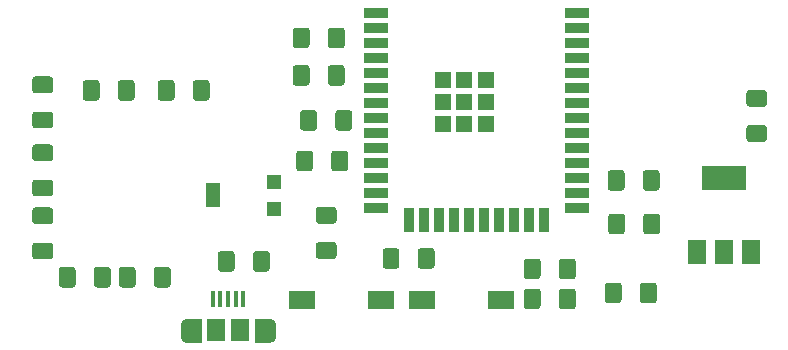
<source format=gtp>
G04 #@! TF.GenerationSoftware,KiCad,Pcbnew,(5.1.9)-1*
G04 #@! TF.CreationDate,2021-04-14T09:49:37+02:00*
G04 #@! TF.ProjectId,Copy_bachelorproef morse,436f7079-5f62-4616-9368-656c6f727072,rev?*
G04 #@! TF.SameCoordinates,Original*
G04 #@! TF.FileFunction,Paste,Top*
G04 #@! TF.FilePolarity,Positive*
%FSLAX46Y46*%
G04 Gerber Fmt 4.6, Leading zero omitted, Abs format (unit mm)*
G04 Created by KiCad (PCBNEW (5.1.9)-1) date 2021-04-14 09:49:37*
%MOMM*%
%LPD*%
G01*
G04 APERTURE LIST*
%ADD10C,0.000100*%
%ADD11R,3.800000X2.000000*%
%ADD12R,1.500000X2.000000*%
%ADD13R,1.300000X1.300000*%
%ADD14R,1.300000X2.000000*%
%ADD15R,2.300000X1.500000*%
%ADD16R,2.000000X0.900000*%
%ADD17R,0.900000X2.000000*%
%ADD18R,1.330000X1.330000*%
%ADD19R,1.500000X1.900000*%
%ADD20R,0.400000X1.350000*%
G04 APERTURE END LIST*
D10*
G36*
X113926500Y-102555000D02*
G01*
X112726500Y-102555000D01*
X112726500Y-104455000D01*
X113926500Y-104455000D01*
X113951360Y-104454349D01*
X113976150Y-104452398D01*
X114000810Y-104449152D01*
X114025260Y-104444620D01*
X114049440Y-104438815D01*
X114073280Y-104431752D01*
X114096720Y-104423451D01*
X114119700Y-104413934D01*
X114142150Y-104403228D01*
X114164000Y-104391362D01*
X114185200Y-104378369D01*
X114205700Y-104364283D01*
X114225430Y-104349144D01*
X114244340Y-104332994D01*
X114262380Y-104315876D01*
X114279490Y-104297837D01*
X114295640Y-104278927D01*
X114310780Y-104259198D01*
X114324870Y-104238704D01*
X114337860Y-104217500D01*
X114349730Y-104195645D01*
X114360430Y-104173200D01*
X114369950Y-104150225D01*
X114378250Y-104126783D01*
X114385310Y-104102939D01*
X114391120Y-104078758D01*
X114395650Y-104054306D01*
X114398900Y-104029651D01*
X114400850Y-104004860D01*
X114401500Y-103980000D01*
X114401500Y-103030000D01*
X114400850Y-103005140D01*
X114398900Y-102980349D01*
X114395650Y-102955694D01*
X114391120Y-102931242D01*
X114385310Y-102907061D01*
X114378250Y-102883217D01*
X114369950Y-102859775D01*
X114360430Y-102836800D01*
X114349730Y-102814355D01*
X114337860Y-102792500D01*
X114324870Y-102771296D01*
X114310780Y-102750802D01*
X114295640Y-102731073D01*
X114279490Y-102712163D01*
X114262380Y-102694124D01*
X114244340Y-102677006D01*
X114225430Y-102660856D01*
X114205700Y-102645717D01*
X114185200Y-102631631D01*
X114164000Y-102618638D01*
X114142150Y-102606772D01*
X114119700Y-102596066D01*
X114096720Y-102586549D01*
X114073280Y-102578248D01*
X114049440Y-102571185D01*
X114025260Y-102565380D01*
X114000810Y-102560848D01*
X113976150Y-102557602D01*
X113951360Y-102555651D01*
X113926500Y-102555000D01*
G37*
X113926500Y-102555000D02*
X112726500Y-102555000D01*
X112726500Y-104455000D01*
X113926500Y-104455000D01*
X113951360Y-104454349D01*
X113976150Y-104452398D01*
X114000810Y-104449152D01*
X114025260Y-104444620D01*
X114049440Y-104438815D01*
X114073280Y-104431752D01*
X114096720Y-104423451D01*
X114119700Y-104413934D01*
X114142150Y-104403228D01*
X114164000Y-104391362D01*
X114185200Y-104378369D01*
X114205700Y-104364283D01*
X114225430Y-104349144D01*
X114244340Y-104332994D01*
X114262380Y-104315876D01*
X114279490Y-104297837D01*
X114295640Y-104278927D01*
X114310780Y-104259198D01*
X114324870Y-104238704D01*
X114337860Y-104217500D01*
X114349730Y-104195645D01*
X114360430Y-104173200D01*
X114369950Y-104150225D01*
X114378250Y-104126783D01*
X114385310Y-104102939D01*
X114391120Y-104078758D01*
X114395650Y-104054306D01*
X114398900Y-104029651D01*
X114400850Y-104004860D01*
X114401500Y-103980000D01*
X114401500Y-103030000D01*
X114400850Y-103005140D01*
X114398900Y-102980349D01*
X114395650Y-102955694D01*
X114391120Y-102931242D01*
X114385310Y-102907061D01*
X114378250Y-102883217D01*
X114369950Y-102859775D01*
X114360430Y-102836800D01*
X114349730Y-102814355D01*
X114337860Y-102792500D01*
X114324870Y-102771296D01*
X114310780Y-102750802D01*
X114295640Y-102731073D01*
X114279490Y-102712163D01*
X114262380Y-102694124D01*
X114244340Y-102677006D01*
X114225430Y-102660856D01*
X114205700Y-102645717D01*
X114185200Y-102631631D01*
X114164000Y-102618638D01*
X114142150Y-102606772D01*
X114119700Y-102596066D01*
X114096720Y-102586549D01*
X114073280Y-102578248D01*
X114049440Y-102571185D01*
X114025260Y-102565380D01*
X114000810Y-102560848D01*
X113976150Y-102557602D01*
X113951360Y-102555651D01*
X113926500Y-102555000D01*
G36*
X106926500Y-102555000D02*
G01*
X108126500Y-102555000D01*
X108126500Y-104455000D01*
X106926500Y-104455000D01*
X106901640Y-104454349D01*
X106876850Y-104452398D01*
X106852190Y-104449152D01*
X106827740Y-104444620D01*
X106803560Y-104438815D01*
X106779720Y-104431752D01*
X106756280Y-104423451D01*
X106733300Y-104413934D01*
X106710850Y-104403228D01*
X106689000Y-104391362D01*
X106667800Y-104378369D01*
X106647300Y-104364283D01*
X106627570Y-104349144D01*
X106608660Y-104332994D01*
X106590620Y-104315876D01*
X106573510Y-104297837D01*
X106557360Y-104278927D01*
X106542220Y-104259198D01*
X106528130Y-104238704D01*
X106515140Y-104217500D01*
X106503270Y-104195645D01*
X106492570Y-104173200D01*
X106483050Y-104150225D01*
X106474750Y-104126783D01*
X106467690Y-104102939D01*
X106461880Y-104078758D01*
X106457350Y-104054306D01*
X106454100Y-104029651D01*
X106452150Y-104004860D01*
X106451500Y-103980000D01*
X106451500Y-103030000D01*
X106452150Y-103005140D01*
X106454100Y-102980349D01*
X106457350Y-102955694D01*
X106461880Y-102931242D01*
X106467690Y-102907061D01*
X106474750Y-102883217D01*
X106483050Y-102859775D01*
X106492570Y-102836800D01*
X106503270Y-102814355D01*
X106515140Y-102792500D01*
X106528130Y-102771296D01*
X106542220Y-102750802D01*
X106557360Y-102731073D01*
X106573510Y-102712163D01*
X106590620Y-102694124D01*
X106608660Y-102677006D01*
X106627570Y-102660856D01*
X106647300Y-102645717D01*
X106667800Y-102631631D01*
X106689000Y-102618638D01*
X106710850Y-102606772D01*
X106733300Y-102596066D01*
X106756280Y-102586549D01*
X106779720Y-102578248D01*
X106803560Y-102571185D01*
X106827740Y-102565380D01*
X106852190Y-102560848D01*
X106876850Y-102557602D01*
X106901640Y-102555651D01*
X106926500Y-102555000D01*
G37*
X106926500Y-102555000D02*
X108126500Y-102555000D01*
X108126500Y-104455000D01*
X106926500Y-104455000D01*
X106901640Y-104454349D01*
X106876850Y-104452398D01*
X106852190Y-104449152D01*
X106827740Y-104444620D01*
X106803560Y-104438815D01*
X106779720Y-104431752D01*
X106756280Y-104423451D01*
X106733300Y-104413934D01*
X106710850Y-104403228D01*
X106689000Y-104391362D01*
X106667800Y-104378369D01*
X106647300Y-104364283D01*
X106627570Y-104349144D01*
X106608660Y-104332994D01*
X106590620Y-104315876D01*
X106573510Y-104297837D01*
X106557360Y-104278927D01*
X106542220Y-104259198D01*
X106528130Y-104238704D01*
X106515140Y-104217500D01*
X106503270Y-104195645D01*
X106492570Y-104173200D01*
X106483050Y-104150225D01*
X106474750Y-104126783D01*
X106467690Y-104102939D01*
X106461880Y-104078758D01*
X106457350Y-104054306D01*
X106454100Y-104029651D01*
X106452150Y-104004860D01*
X106451500Y-103980000D01*
X106451500Y-103030000D01*
X106452150Y-103005140D01*
X106454100Y-102980349D01*
X106457350Y-102955694D01*
X106461880Y-102931242D01*
X106467690Y-102907061D01*
X106474750Y-102883217D01*
X106483050Y-102859775D01*
X106492570Y-102836800D01*
X106503270Y-102814355D01*
X106515140Y-102792500D01*
X106528130Y-102771296D01*
X106542220Y-102750802D01*
X106557360Y-102731073D01*
X106573510Y-102712163D01*
X106590620Y-102694124D01*
X106608660Y-102677006D01*
X106627570Y-102660856D01*
X106647300Y-102645717D01*
X106667800Y-102631631D01*
X106689000Y-102618638D01*
X106710850Y-102606772D01*
X106733300Y-102596066D01*
X106756280Y-102586549D01*
X106779720Y-102578248D01*
X106803560Y-102571185D01*
X106827740Y-102565380D01*
X106852190Y-102560848D01*
X106876850Y-102557602D01*
X106901640Y-102555651D01*
X106926500Y-102555000D01*
D11*
X152400000Y-90576000D03*
D12*
X152400000Y-96876000D03*
X154700000Y-96876000D03*
X150100000Y-96876000D03*
D13*
X114360000Y-93225000D03*
D14*
X109160000Y-92075000D03*
D13*
X114360000Y-90925000D03*
D15*
X133525000Y-100965000D03*
X126825000Y-100965000D03*
D16*
X122945000Y-76655000D03*
X122945000Y-77925000D03*
X122945000Y-79195000D03*
X122945000Y-80465000D03*
X122945000Y-81735000D03*
X122945000Y-83005000D03*
X122945000Y-84275000D03*
X122945000Y-85545000D03*
X122945000Y-86815000D03*
X122945000Y-88085000D03*
X122945000Y-89355000D03*
X122945000Y-90625000D03*
X122945000Y-91895000D03*
X122945000Y-93165000D03*
D17*
X125730000Y-94165000D03*
X127000000Y-94165000D03*
X128270000Y-94165000D03*
X129540000Y-94165000D03*
X130810000Y-94165000D03*
X132080000Y-94165000D03*
X133350000Y-94165000D03*
X134620000Y-94165000D03*
X135890000Y-94165000D03*
X137160000Y-94165000D03*
D16*
X139945000Y-93165000D03*
X139945000Y-91895000D03*
X139945000Y-90625000D03*
X139945000Y-89355000D03*
X139945000Y-88085000D03*
X139945000Y-86815000D03*
X139945000Y-85545000D03*
X139945000Y-84275000D03*
X139945000Y-83005000D03*
X139945000Y-81735000D03*
X139945000Y-80465000D03*
X139945000Y-79195000D03*
X139945000Y-77925000D03*
X139945000Y-76655000D03*
D18*
X128610000Y-82320000D03*
X130445000Y-82320000D03*
X132280000Y-82320000D03*
X128610000Y-84155000D03*
X130445000Y-84155000D03*
X132280000Y-84155000D03*
X128610000Y-85990000D03*
X130445000Y-85990000D03*
X132280000Y-85990000D03*
G36*
G01*
X138443000Y-98923000D02*
X138443000Y-97673000D01*
G75*
G02*
X138693000Y-97423000I250000J0D01*
G01*
X139618000Y-97423000D01*
G75*
G02*
X139868000Y-97673000I0J-250000D01*
G01*
X139868000Y-98923000D01*
G75*
G02*
X139618000Y-99173000I-250000J0D01*
G01*
X138693000Y-99173000D01*
G75*
G02*
X138443000Y-98923000I0J250000D01*
G01*
G37*
G36*
G01*
X135468000Y-98923000D02*
X135468000Y-97673000D01*
G75*
G02*
X135718000Y-97423000I250000J0D01*
G01*
X136643000Y-97423000D01*
G75*
G02*
X136893000Y-97673000I0J-250000D01*
G01*
X136893000Y-98923000D01*
G75*
G02*
X136643000Y-99173000I-250000J0D01*
G01*
X135718000Y-99173000D01*
G75*
G02*
X135468000Y-98923000I0J250000D01*
G01*
G37*
G36*
G01*
X124946000Y-96784000D02*
X124946000Y-98034000D01*
G75*
G02*
X124696000Y-98284000I-250000J0D01*
G01*
X123771000Y-98284000D01*
G75*
G02*
X123521000Y-98034000I0J250000D01*
G01*
X123521000Y-96784000D01*
G75*
G02*
X123771000Y-96534000I250000J0D01*
G01*
X124696000Y-96534000D01*
G75*
G02*
X124946000Y-96784000I0J-250000D01*
G01*
G37*
G36*
G01*
X127921000Y-96784000D02*
X127921000Y-98034000D01*
G75*
G02*
X127671000Y-98284000I-250000J0D01*
G01*
X126746000Y-98284000D01*
G75*
G02*
X126496000Y-98034000I0J250000D01*
G01*
X126496000Y-96784000D01*
G75*
G02*
X126746000Y-96534000I250000J0D01*
G01*
X127671000Y-96534000D01*
G75*
G02*
X127921000Y-96784000I0J-250000D01*
G01*
G37*
D15*
X123365000Y-100965000D03*
X116665000Y-100965000D03*
G36*
G01*
X94117000Y-96061500D02*
X95367000Y-96061500D01*
G75*
G02*
X95617000Y-96311500I0J-250000D01*
G01*
X95617000Y-97236500D01*
G75*
G02*
X95367000Y-97486500I-250000J0D01*
G01*
X94117000Y-97486500D01*
G75*
G02*
X93867000Y-97236500I0J250000D01*
G01*
X93867000Y-96311500D01*
G75*
G02*
X94117000Y-96061500I250000J0D01*
G01*
G37*
G36*
G01*
X94117000Y-93086500D02*
X95367000Y-93086500D01*
G75*
G02*
X95617000Y-93336500I0J-250000D01*
G01*
X95617000Y-94261500D01*
G75*
G02*
X95367000Y-94511500I-250000J0D01*
G01*
X94117000Y-94511500D01*
G75*
G02*
X93867000Y-94261500I0J250000D01*
G01*
X93867000Y-93336500D01*
G75*
G02*
X94117000Y-93086500I250000J0D01*
G01*
G37*
D19*
X109426500Y-103505000D03*
X111426500Y-103505000D03*
D20*
X109126500Y-100830000D03*
X109776500Y-100830000D03*
X110426500Y-100830000D03*
X111076500Y-100830000D03*
X111726500Y-100830000D03*
G36*
G01*
X115910000Y-79365000D02*
X115910000Y-78115000D01*
G75*
G02*
X116160000Y-77865000I250000J0D01*
G01*
X117085000Y-77865000D01*
G75*
G02*
X117335000Y-78115000I0J-250000D01*
G01*
X117335000Y-79365000D01*
G75*
G02*
X117085000Y-79615000I-250000J0D01*
G01*
X116160000Y-79615000D01*
G75*
G02*
X115910000Y-79365000I0J250000D01*
G01*
G37*
G36*
G01*
X118885000Y-79365000D02*
X118885000Y-78115000D01*
G75*
G02*
X119135000Y-77865000I250000J0D01*
G01*
X120060000Y-77865000D01*
G75*
G02*
X120310000Y-78115000I0J-250000D01*
G01*
X120310000Y-79365000D01*
G75*
G02*
X120060000Y-79615000I-250000J0D01*
G01*
X119135000Y-79615000D01*
G75*
G02*
X118885000Y-79365000I0J250000D01*
G01*
G37*
G36*
G01*
X120945000Y-85100000D02*
X120945000Y-86350000D01*
G75*
G02*
X120695000Y-86600000I-250000J0D01*
G01*
X119770000Y-86600000D01*
G75*
G02*
X119520000Y-86350000I0J250000D01*
G01*
X119520000Y-85100000D01*
G75*
G02*
X119770000Y-84850000I250000J0D01*
G01*
X120695000Y-84850000D01*
G75*
G02*
X120945000Y-85100000I0J-250000D01*
G01*
G37*
G36*
G01*
X117970000Y-85100000D02*
X117970000Y-86350000D01*
G75*
G02*
X117720000Y-86600000I-250000J0D01*
G01*
X116795000Y-86600000D01*
G75*
G02*
X116545000Y-86350000I0J250000D01*
G01*
X116545000Y-85100000D01*
G75*
G02*
X116795000Y-84850000I250000J0D01*
G01*
X117720000Y-84850000D01*
G75*
G02*
X117970000Y-85100000I0J-250000D01*
G01*
G37*
G36*
G01*
X155819000Y-87544000D02*
X154569000Y-87544000D01*
G75*
G02*
X154319000Y-87294000I0J250000D01*
G01*
X154319000Y-86369000D01*
G75*
G02*
X154569000Y-86119000I250000J0D01*
G01*
X155819000Y-86119000D01*
G75*
G02*
X156069000Y-86369000I0J-250000D01*
G01*
X156069000Y-87294000D01*
G75*
G02*
X155819000Y-87544000I-250000J0D01*
G01*
G37*
G36*
G01*
X155819000Y-84569000D02*
X154569000Y-84569000D01*
G75*
G02*
X154319000Y-84319000I0J250000D01*
G01*
X154319000Y-83394000D01*
G75*
G02*
X154569000Y-83144000I250000J0D01*
G01*
X155819000Y-83144000D01*
G75*
G02*
X156069000Y-83394000I0J-250000D01*
G01*
X156069000Y-84319000D01*
G75*
G02*
X155819000Y-84569000I-250000J0D01*
G01*
G37*
G36*
G01*
X146726000Y-99705000D02*
X146726000Y-100955000D01*
G75*
G02*
X146476000Y-101205000I-250000J0D01*
G01*
X145551000Y-101205000D01*
G75*
G02*
X145301000Y-100955000I0J250000D01*
G01*
X145301000Y-99705000D01*
G75*
G02*
X145551000Y-99455000I250000J0D01*
G01*
X146476000Y-99455000D01*
G75*
G02*
X146726000Y-99705000I0J-250000D01*
G01*
G37*
G36*
G01*
X143751000Y-99705000D02*
X143751000Y-100955000D01*
G75*
G02*
X143501000Y-101205000I-250000J0D01*
G01*
X142576000Y-101205000D01*
G75*
G02*
X142326000Y-100955000I0J250000D01*
G01*
X142326000Y-99705000D01*
G75*
G02*
X142576000Y-99455000I250000J0D01*
G01*
X143501000Y-99455000D01*
G75*
G02*
X143751000Y-99705000I0J-250000D01*
G01*
G37*
G36*
G01*
X94117000Y-90727500D02*
X95367000Y-90727500D01*
G75*
G02*
X95617000Y-90977500I0J-250000D01*
G01*
X95617000Y-91902500D01*
G75*
G02*
X95367000Y-92152500I-250000J0D01*
G01*
X94117000Y-92152500D01*
G75*
G02*
X93867000Y-91902500I0J250000D01*
G01*
X93867000Y-90977500D01*
G75*
G02*
X94117000Y-90727500I250000J0D01*
G01*
G37*
G36*
G01*
X94117000Y-87752500D02*
X95367000Y-87752500D01*
G75*
G02*
X95617000Y-88002500I0J-250000D01*
G01*
X95617000Y-88927500D01*
G75*
G02*
X95367000Y-89177500I-250000J0D01*
G01*
X94117000Y-89177500D01*
G75*
G02*
X93867000Y-88927500I0J250000D01*
G01*
X93867000Y-88002500D01*
G75*
G02*
X94117000Y-87752500I250000J0D01*
G01*
G37*
G36*
G01*
X116200500Y-89779000D02*
X116200500Y-88529000D01*
G75*
G02*
X116450500Y-88279000I250000J0D01*
G01*
X117375500Y-88279000D01*
G75*
G02*
X117625500Y-88529000I0J-250000D01*
G01*
X117625500Y-89779000D01*
G75*
G02*
X117375500Y-90029000I-250000J0D01*
G01*
X116450500Y-90029000D01*
G75*
G02*
X116200500Y-89779000I0J250000D01*
G01*
G37*
G36*
G01*
X119175500Y-89779000D02*
X119175500Y-88529000D01*
G75*
G02*
X119425500Y-88279000I250000J0D01*
G01*
X120350500Y-88279000D01*
G75*
G02*
X120600500Y-88529000I0J-250000D01*
G01*
X120600500Y-89779000D01*
G75*
G02*
X120350500Y-90029000I-250000J0D01*
G01*
X119425500Y-90029000D01*
G75*
G02*
X119175500Y-89779000I0J250000D01*
G01*
G37*
G36*
G01*
X99555000Y-82560000D02*
X99555000Y-83810000D01*
G75*
G02*
X99305000Y-84060000I-250000J0D01*
G01*
X98380000Y-84060000D01*
G75*
G02*
X98130000Y-83810000I0J250000D01*
G01*
X98130000Y-82560000D01*
G75*
G02*
X98380000Y-82310000I250000J0D01*
G01*
X99305000Y-82310000D01*
G75*
G02*
X99555000Y-82560000I0J-250000D01*
G01*
G37*
G36*
G01*
X102530000Y-82560000D02*
X102530000Y-83810000D01*
G75*
G02*
X102280000Y-84060000I-250000J0D01*
G01*
X101355000Y-84060000D01*
G75*
G02*
X101105000Y-83810000I0J250000D01*
G01*
X101105000Y-82560000D01*
G75*
G02*
X101355000Y-82310000I250000J0D01*
G01*
X102280000Y-82310000D01*
G75*
G02*
X102530000Y-82560000I0J-250000D01*
G01*
G37*
G36*
G01*
X107455000Y-83810000D02*
X107455000Y-82560000D01*
G75*
G02*
X107705000Y-82310000I250000J0D01*
G01*
X108630000Y-82310000D01*
G75*
G02*
X108880000Y-82560000I0J-250000D01*
G01*
X108880000Y-83810000D01*
G75*
G02*
X108630000Y-84060000I-250000J0D01*
G01*
X107705000Y-84060000D01*
G75*
G02*
X107455000Y-83810000I0J250000D01*
G01*
G37*
G36*
G01*
X104480000Y-83810000D02*
X104480000Y-82560000D01*
G75*
G02*
X104730000Y-82310000I250000J0D01*
G01*
X105655000Y-82310000D01*
G75*
G02*
X105905000Y-82560000I0J-250000D01*
G01*
X105905000Y-83810000D01*
G75*
G02*
X105655000Y-84060000I-250000J0D01*
G01*
X104730000Y-84060000D01*
G75*
G02*
X104480000Y-83810000I0J250000D01*
G01*
G37*
G36*
G01*
X97523000Y-98371500D02*
X97523000Y-99621500D01*
G75*
G02*
X97273000Y-99871500I-250000J0D01*
G01*
X96348000Y-99871500D01*
G75*
G02*
X96098000Y-99621500I0J250000D01*
G01*
X96098000Y-98371500D01*
G75*
G02*
X96348000Y-98121500I250000J0D01*
G01*
X97273000Y-98121500D01*
G75*
G02*
X97523000Y-98371500I0J-250000D01*
G01*
G37*
G36*
G01*
X100498000Y-98371500D02*
X100498000Y-99621500D01*
G75*
G02*
X100248000Y-99871500I-250000J0D01*
G01*
X99323000Y-99871500D01*
G75*
G02*
X99073000Y-99621500I0J250000D01*
G01*
X99073000Y-98371500D01*
G75*
G02*
X99323000Y-98121500I250000J0D01*
G01*
X100248000Y-98121500D01*
G75*
G02*
X100498000Y-98371500I0J-250000D01*
G01*
G37*
G36*
G01*
X115910000Y-82540000D02*
X115910000Y-81290000D01*
G75*
G02*
X116160000Y-81040000I250000J0D01*
G01*
X117085000Y-81040000D01*
G75*
G02*
X117335000Y-81290000I0J-250000D01*
G01*
X117335000Y-82540000D01*
G75*
G02*
X117085000Y-82790000I-250000J0D01*
G01*
X116160000Y-82790000D01*
G75*
G02*
X115910000Y-82540000I0J250000D01*
G01*
G37*
G36*
G01*
X118885000Y-82540000D02*
X118885000Y-81290000D01*
G75*
G02*
X119135000Y-81040000I250000J0D01*
G01*
X120060000Y-81040000D01*
G75*
G02*
X120310000Y-81290000I0J-250000D01*
G01*
X120310000Y-82540000D01*
G75*
G02*
X120060000Y-82790000I-250000J0D01*
G01*
X119135000Y-82790000D01*
G75*
G02*
X118885000Y-82540000I0J250000D01*
G01*
G37*
G36*
G01*
X139868000Y-100213000D02*
X139868000Y-101463000D01*
G75*
G02*
X139618000Y-101713000I-250000J0D01*
G01*
X138693000Y-101713000D01*
G75*
G02*
X138443000Y-101463000I0J250000D01*
G01*
X138443000Y-100213000D01*
G75*
G02*
X138693000Y-99963000I250000J0D01*
G01*
X139618000Y-99963000D01*
G75*
G02*
X139868000Y-100213000I0J-250000D01*
G01*
G37*
G36*
G01*
X136893000Y-100213000D02*
X136893000Y-101463000D01*
G75*
G02*
X136643000Y-101713000I-250000J0D01*
G01*
X135718000Y-101713000D01*
G75*
G02*
X135468000Y-101463000I0J250000D01*
G01*
X135468000Y-100213000D01*
G75*
G02*
X135718000Y-99963000I250000J0D01*
G01*
X136643000Y-99963000D01*
G75*
G02*
X136893000Y-100213000I0J-250000D01*
G01*
G37*
G36*
G01*
X102603000Y-98371500D02*
X102603000Y-99621500D01*
G75*
G02*
X102353000Y-99871500I-250000J0D01*
G01*
X101428000Y-99871500D01*
G75*
G02*
X101178000Y-99621500I0J250000D01*
G01*
X101178000Y-98371500D01*
G75*
G02*
X101428000Y-98121500I250000J0D01*
G01*
X102353000Y-98121500D01*
G75*
G02*
X102603000Y-98371500I0J-250000D01*
G01*
G37*
G36*
G01*
X105578000Y-98371500D02*
X105578000Y-99621500D01*
G75*
G02*
X105328000Y-99871500I-250000J0D01*
G01*
X104403000Y-99871500D01*
G75*
G02*
X104153000Y-99621500I0J250000D01*
G01*
X104153000Y-98371500D01*
G75*
G02*
X104403000Y-98121500I250000J0D01*
G01*
X105328000Y-98121500D01*
G75*
G02*
X105578000Y-98371500I0J-250000D01*
G01*
G37*
G36*
G01*
X94117000Y-82001000D02*
X95367000Y-82001000D01*
G75*
G02*
X95617000Y-82251000I0J-250000D01*
G01*
X95617000Y-83176000D01*
G75*
G02*
X95367000Y-83426000I-250000J0D01*
G01*
X94117000Y-83426000D01*
G75*
G02*
X93867000Y-83176000I0J250000D01*
G01*
X93867000Y-82251000D01*
G75*
G02*
X94117000Y-82001000I250000J0D01*
G01*
G37*
G36*
G01*
X94117000Y-84976000D02*
X95367000Y-84976000D01*
G75*
G02*
X95617000Y-85226000I0J-250000D01*
G01*
X95617000Y-86151000D01*
G75*
G02*
X95367000Y-86401000I-250000J0D01*
G01*
X94117000Y-86401000D01*
G75*
G02*
X93867000Y-86151000I0J250000D01*
G01*
X93867000Y-85226000D01*
G75*
G02*
X94117000Y-84976000I250000J0D01*
G01*
G37*
G36*
G01*
X118120000Y-96025000D02*
X119370000Y-96025000D01*
G75*
G02*
X119620000Y-96275000I0J-250000D01*
G01*
X119620000Y-97200000D01*
G75*
G02*
X119370000Y-97450000I-250000J0D01*
G01*
X118120000Y-97450000D01*
G75*
G02*
X117870000Y-97200000I0J250000D01*
G01*
X117870000Y-96275000D01*
G75*
G02*
X118120000Y-96025000I250000J0D01*
G01*
G37*
G36*
G01*
X118120000Y-93050000D02*
X119370000Y-93050000D01*
G75*
G02*
X119620000Y-93300000I0J-250000D01*
G01*
X119620000Y-94225000D01*
G75*
G02*
X119370000Y-94475000I-250000J0D01*
G01*
X118120000Y-94475000D01*
G75*
G02*
X117870000Y-94225000I0J250000D01*
G01*
X117870000Y-93300000D01*
G75*
G02*
X118120000Y-93050000I250000J0D01*
G01*
G37*
G36*
G01*
X113969000Y-97038000D02*
X113969000Y-98288000D01*
G75*
G02*
X113719000Y-98538000I-250000J0D01*
G01*
X112794000Y-98538000D01*
G75*
G02*
X112544000Y-98288000I0J250000D01*
G01*
X112544000Y-97038000D01*
G75*
G02*
X112794000Y-96788000I250000J0D01*
G01*
X113719000Y-96788000D01*
G75*
G02*
X113969000Y-97038000I0J-250000D01*
G01*
G37*
G36*
G01*
X110994000Y-97038000D02*
X110994000Y-98288000D01*
G75*
G02*
X110744000Y-98538000I-250000J0D01*
G01*
X109819000Y-98538000D01*
G75*
G02*
X109569000Y-98288000I0J250000D01*
G01*
X109569000Y-97038000D01*
G75*
G02*
X109819000Y-96788000I250000J0D01*
G01*
X110744000Y-96788000D01*
G75*
G02*
X110994000Y-97038000I0J-250000D01*
G01*
G37*
G36*
G01*
X144005000Y-90180000D02*
X144005000Y-91430000D01*
G75*
G02*
X143755000Y-91680000I-250000J0D01*
G01*
X142830000Y-91680000D01*
G75*
G02*
X142580000Y-91430000I0J250000D01*
G01*
X142580000Y-90180000D01*
G75*
G02*
X142830000Y-89930000I250000J0D01*
G01*
X143755000Y-89930000D01*
G75*
G02*
X144005000Y-90180000I0J-250000D01*
G01*
G37*
G36*
G01*
X146980000Y-90180000D02*
X146980000Y-91430000D01*
G75*
G02*
X146730000Y-91680000I-250000J0D01*
G01*
X145805000Y-91680000D01*
G75*
G02*
X145555000Y-91430000I0J250000D01*
G01*
X145555000Y-90180000D01*
G75*
G02*
X145805000Y-89930000I250000J0D01*
G01*
X146730000Y-89930000D01*
G75*
G02*
X146980000Y-90180000I0J-250000D01*
G01*
G37*
G36*
G01*
X147016500Y-93863000D02*
X147016500Y-95113000D01*
G75*
G02*
X146766500Y-95363000I-250000J0D01*
G01*
X145841500Y-95363000D01*
G75*
G02*
X145591500Y-95113000I0J250000D01*
G01*
X145591500Y-93863000D01*
G75*
G02*
X145841500Y-93613000I250000J0D01*
G01*
X146766500Y-93613000D01*
G75*
G02*
X147016500Y-93863000I0J-250000D01*
G01*
G37*
G36*
G01*
X144041500Y-93863000D02*
X144041500Y-95113000D01*
G75*
G02*
X143791500Y-95363000I-250000J0D01*
G01*
X142866500Y-95363000D01*
G75*
G02*
X142616500Y-95113000I0J250000D01*
G01*
X142616500Y-93863000D01*
G75*
G02*
X142866500Y-93613000I250000J0D01*
G01*
X143791500Y-93613000D01*
G75*
G02*
X144041500Y-93863000I0J-250000D01*
G01*
G37*
M02*

</source>
